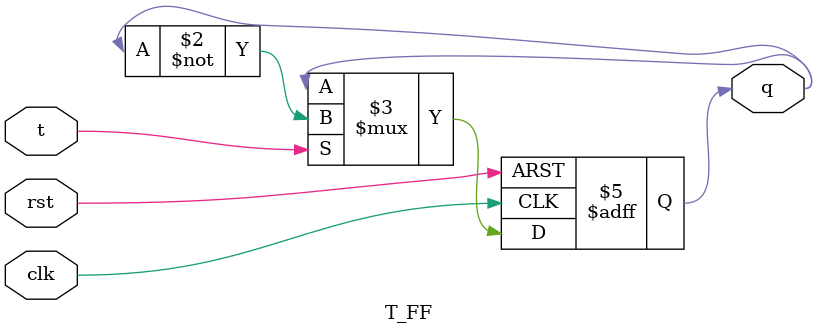
<source format=v>
`ifndef T_FF_INC
`define T_FF_INC

module T_FF (
    input clk, rst, t,
    output reg q
);

    always @(posedge clk or posedge rst) begin
        if (rst) q<=0;
        else if (t) q<=~q;
    end
    
endmodule

`endif
</source>
